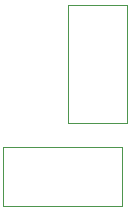
<source format=gbr>
%TF.GenerationSoftware,KiCad,Pcbnew,7.0.5.1-1-g8f565ef7f0-dirty-deb11*%
%TF.CreationDate,2023-07-26T12:03:11+00:00*%
%TF.ProjectId,pedalboard-led-ring,70656461-6c62-46f6-9172-642d6c65642d,1.0.0*%
%TF.SameCoordinates,Original*%
%TF.FileFunction,Other,User*%
%FSLAX46Y46*%
G04 Gerber Fmt 4.6, Leading zero omitted, Abs format (unit mm)*
G04 Created by KiCad (PCBNEW 7.0.5.1-1-g8f565ef7f0-dirty-deb11) date 2023-07-26 12:03:11*
%MOMM*%
%LPD*%
G01*
G04 APERTURE LIST*
%ADD10C,0.050000*%
G04 APERTURE END LIST*
D10*
%TO.C,J1*%
X87500000Y-65000000D02*
X92500000Y-65000000D01*
X92500000Y-65000000D02*
X92500000Y-55000000D01*
X87500000Y-55000000D02*
X87500000Y-65000000D01*
X92500000Y-55000000D02*
X87500000Y-55000000D01*
%TO.C,J2*%
X82000000Y-67000000D02*
X82000000Y-72000000D01*
X82000000Y-72000000D02*
X92000000Y-72000000D01*
X92000000Y-67000000D02*
X82000000Y-67000000D01*
X92000000Y-72000000D02*
X92000000Y-67000000D01*
%TD*%
M02*

</source>
